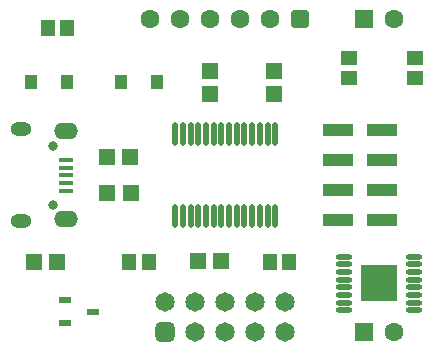
<source format=gbr>
%TF.GenerationSoftware,Altium Limited,Altium Designer,22.2.1 (43)*%
G04 Layer_Color=255*
%FSLAX43Y43*%
%MOMM*%
%TF.SameCoordinates,22783662-0E91-4B75-9AE6-36AB56575A38*%
%TF.FilePolarity,Positive*%
%TF.FileFunction,Pads,Bot*%
%TF.Part,Single*%
G01*
G75*
%TA.AperFunction,SMDPad,CuDef*%
%ADD10R,3.100X3.100*%
%ADD11R,1.450X1.300*%
%ADD15R,1.450X1.350*%
%ADD17R,1.300X1.450*%
%ADD18R,1.350X1.450*%
%TA.AperFunction,ComponentPad*%
%ADD21O,1.800X1.150*%
%ADD22C,0.800*%
%ADD23O,2.000X1.400*%
%ADD24C,1.650*%
G04:AMPARAMS|DCode=25|XSize=1.65mm|YSize=1.65mm|CornerRadius=0.413mm|HoleSize=0mm|Usage=FLASHONLY|Rotation=0.000|XOffset=0mm|YOffset=0mm|HoleType=Round|Shape=RoundedRectangle|*
%AMROUNDEDRECTD25*
21,1,1.650,0.825,0,0,0.0*
21,1,0.825,1.650,0,0,0.0*
1,1,0.825,0.413,-0.413*
1,1,0.825,-0.413,-0.413*
1,1,0.825,-0.413,0.413*
1,1,0.825,0.413,0.413*
%
%ADD25ROUNDEDRECTD25*%
%ADD26R,1.600X1.600*%
%ADD27C,1.600*%
G04:AMPARAMS|DCode=28|XSize=1.6mm|YSize=1.6mm|CornerRadius=0.4mm|HoleSize=0mm|Usage=FLASHONLY|Rotation=180.000|XOffset=0mm|YOffset=0mm|HoleType=Round|Shape=RoundedRectangle|*
%AMROUNDEDRECTD28*
21,1,1.600,0.800,0,0,180.0*
21,1,0.800,1.600,0,0,180.0*
1,1,0.800,-0.400,0.400*
1,1,0.800,0.400,0.400*
1,1,0.800,0.400,-0.400*
1,1,0.800,-0.400,-0.400*
%
%ADD28ROUNDEDRECTD28*%
%TA.AperFunction,SMDPad,CuDef*%
%ADD31R,2.500X1.000*%
%ADD32R,1.300X0.450*%
%ADD33R,1.050X0.600*%
%ADD34O,1.400X0.450*%
%ADD35R,1.100X1.200*%
%ADD36O,0.450X2.000*%
D10*
X33020Y5842D02*
D03*
D11*
X36068Y23242D02*
D03*
Y24892D02*
D03*
X30480Y23242D02*
D03*
Y24892D02*
D03*
D15*
X24130Y23835D02*
D03*
Y21885D02*
D03*
X18730Y21885D02*
D03*
Y23835D02*
D03*
D17*
X4980Y27432D02*
D03*
X6630D02*
D03*
X23750Y7620D02*
D03*
X25400D02*
D03*
X11875D02*
D03*
X13525D02*
D03*
D18*
X3810D02*
D03*
X5760D02*
D03*
X10025Y13500D02*
D03*
X11975D02*
D03*
X17725Y7700D02*
D03*
X19675D02*
D03*
X10017Y16573D02*
D03*
X11967D02*
D03*
D21*
X2700Y18875D02*
D03*
Y11125D02*
D03*
D22*
X5400Y17500D02*
D03*
Y12500D02*
D03*
D23*
X6500Y18725D02*
D03*
Y11275D02*
D03*
D24*
X17460Y4290D02*
D03*
Y1750D02*
D03*
X14920Y4290D02*
D03*
X20000Y1750D02*
D03*
Y4290D02*
D03*
X22540Y1750D02*
D03*
X25080D02*
D03*
X22540Y4290D02*
D03*
X25080D02*
D03*
D25*
X14920Y1750D02*
D03*
D26*
X31750D02*
D03*
Y28250D02*
D03*
D27*
X34290Y1750D02*
D03*
Y28250D02*
D03*
X18730D02*
D03*
X23810D02*
D03*
X21270D02*
D03*
X16190D02*
D03*
X13650D02*
D03*
D28*
X26350D02*
D03*
D31*
X29580Y18810D02*
D03*
Y16270D02*
D03*
X33280Y18810D02*
D03*
Y16270D02*
D03*
Y11190D02*
D03*
X29580D02*
D03*
X33280Y13730D02*
D03*
X29580D02*
D03*
D32*
X6500Y16300D02*
D03*
Y15650D02*
D03*
Y14350D02*
D03*
Y15000D02*
D03*
Y13700D02*
D03*
D33*
X8770Y3455D02*
D03*
X6470Y4405D02*
D03*
Y2505D02*
D03*
D34*
X35970Y4217D02*
D03*
Y3567D02*
D03*
Y5517D02*
D03*
Y4867D02*
D03*
Y6167D02*
D03*
Y6817D02*
D03*
Y7467D02*
D03*
Y8117D02*
D03*
X30070Y4217D02*
D03*
Y3567D02*
D03*
Y4867D02*
D03*
Y5517D02*
D03*
Y6167D02*
D03*
Y6817D02*
D03*
Y7467D02*
D03*
Y8117D02*
D03*
D35*
X3530Y22860D02*
D03*
X6630D02*
D03*
X14250D02*
D03*
X11150D02*
D03*
D36*
X24225Y11550D02*
D03*
X23575D02*
D03*
X22925D02*
D03*
X22275D02*
D03*
X21625D02*
D03*
X20975D02*
D03*
X20325D02*
D03*
X19675D02*
D03*
X19025D02*
D03*
X18375D02*
D03*
X17725D02*
D03*
X17075D02*
D03*
X16425D02*
D03*
X15775D02*
D03*
X24225Y18450D02*
D03*
X23575D02*
D03*
X22925D02*
D03*
X22275D02*
D03*
X21625D02*
D03*
X20975D02*
D03*
X20325D02*
D03*
X19675D02*
D03*
X19025D02*
D03*
X18375D02*
D03*
X17725D02*
D03*
X17075D02*
D03*
X16425D02*
D03*
X15775D02*
D03*
%TF.MD5,d544114a48466a7eefbeb4e8d50bd1a8*%
M02*

</source>
